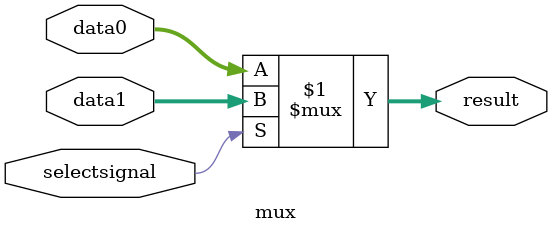
<source format=v>
`timescale 1ns / 1ps


module mux(
    input[31:0] data0,
    input[31:0] data1,
    input selectsignal,
    output[31:0] result
    );
    assign result = (selectsignal)?data1:data0;
    
endmodule

</source>
